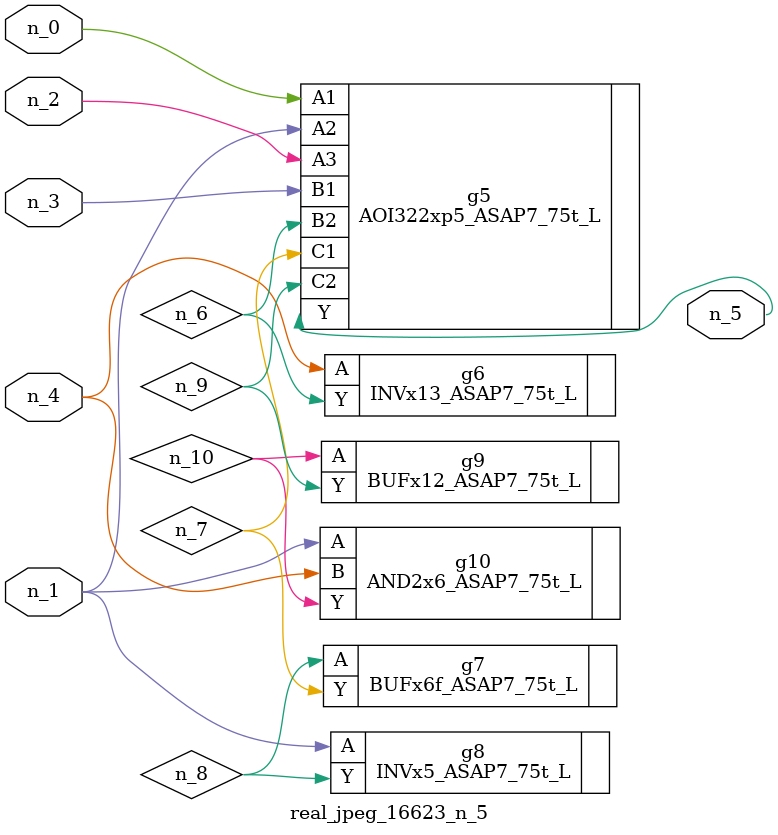
<source format=v>
module real_jpeg_16623_n_5 (n_4, n_0, n_1, n_2, n_3, n_5);

input n_4;
input n_0;
input n_1;
input n_2;
input n_3;

output n_5;

wire n_8;
wire n_6;
wire n_7;
wire n_10;
wire n_9;

AOI322xp5_ASAP7_75t_L g5 ( 
.A1(n_0),
.A2(n_1),
.A3(n_2),
.B1(n_3),
.B2(n_6),
.C1(n_7),
.C2(n_9),
.Y(n_5)
);

INVx5_ASAP7_75t_L g8 ( 
.A(n_1),
.Y(n_8)
);

AND2x6_ASAP7_75t_L g10 ( 
.A(n_1),
.B(n_4),
.Y(n_10)
);

INVx13_ASAP7_75t_L g6 ( 
.A(n_4),
.Y(n_6)
);

BUFx6f_ASAP7_75t_L g7 ( 
.A(n_8),
.Y(n_7)
);

BUFx12_ASAP7_75t_L g9 ( 
.A(n_10),
.Y(n_9)
);


endmodule
</source>
